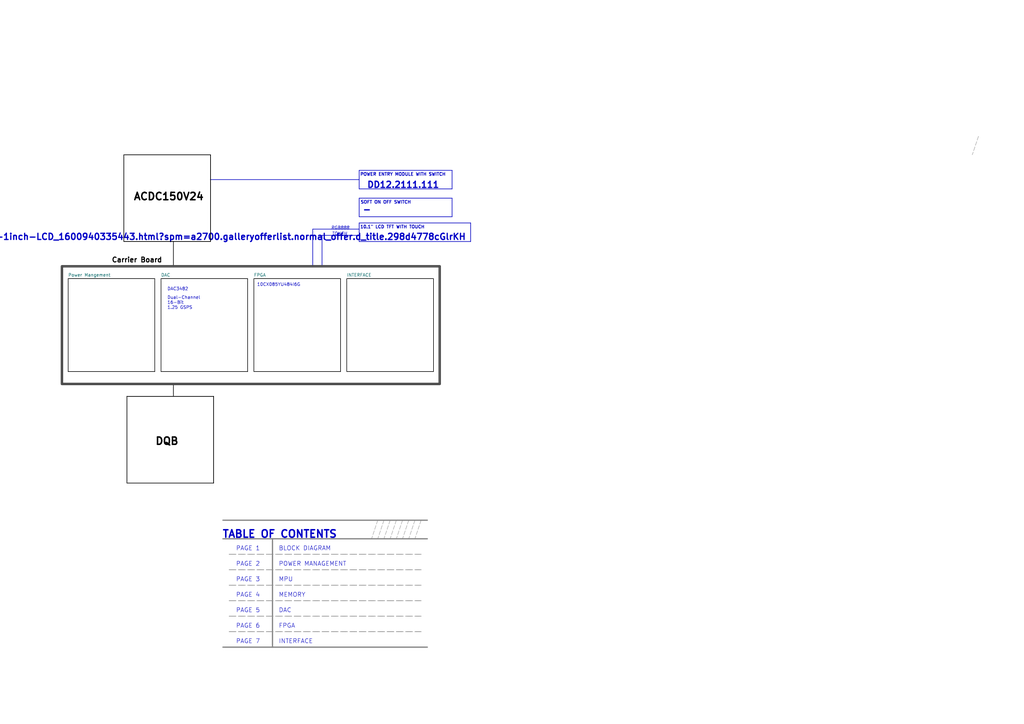
<source format=kicad_sch>
(kicad_sch (version 20230819) (generator eeschema)
  (paper "A3")
  (title_block (title "AWG100 MB") (date "2021-08-13") (rev "1.0"))
  (lib_symbols)
  (polyline (pts (xy 165.1 213.36) (xy 162.56 220.98)) (stroke (width 0) (type dash) (color 132 132 132 1)))
  (polyline (pts (xy 193.04 91.44) (xy 193.04 99.06)) (stroke (width 0.254) (type solid)))
  (polyline (pts (xy 93.98 252.73) (xy 172.72 252.73)) (stroke (width 0.254) (type dash) (color 132 132 132 1)))
  (polyline (pts (xy 147.32 91.44) (xy 193.04 91.44)) (stroke (width 0.254) (type solid)))
  (polyline (pts (xy 185.42 81.28) (xy 185.42 88.9)) (stroke (width 0.254) (type solid)))
  (polyline (pts (xy 93.98 240.03) (xy 172.72 240.03)) (stroke (width 0.254) (type dash) (color 132 132 132 1)))
  (polyline (pts (xy 147.32 91.44) (xy 147.32 99.06)) (stroke (width 0.254) (type solid)))
  (polyline (pts (xy 147.32 73.66) (xy 86.36 73.66)) (stroke (width 0.254) (type solid)))
  (polyline (pts (xy 185.42 88.9) (xy 147.32 88.9)) (stroke (width 0.254) (type solid)))
  (polyline (pts (xy 93.98 233.68) (xy 172.72 233.68)) (stroke (width 0.254) (type dash) (color 132 132 132 1)))
  (polyline (pts (xy 167.64 213.36) (xy 165.1 220.98)) (stroke (width 0) (type dash) (color 132 132 132 1)))
  (polyline (pts (xy 132.08 96.52) (xy 132.08 109.22)) (stroke (width 0.254) (type solid)))
  (polyline (pts (xy 91.44 213.36) (xy 175.26 213.36)) (stroke (width 0.508) (type solid) (color 132 132 132 1)))
  (polyline (pts (xy 157.48 213.36) (xy 154.94 220.98)) (stroke (width 0) (type dash) (color 132 132 132 1)))
  (polyline (pts (xy 147.32 93.98) (xy 128.27 93.98)) (stroke (width 0.254) (type solid)))
  (polyline (pts (xy 170.18 213.36) (xy 167.64 220.98)) (stroke (width 0) (type dash) (color 132 132 132 1)))
  (polyline (pts (xy 147.32 69.85) (xy 185.42 69.85)) (stroke (width 0.254) (type solid)))
  (polyline (pts (xy 71.12 162.56) (xy 71.12 157.48)) (stroke (width 0.254) (type solid) (color 0 0 0 1)))
  (polyline (pts (xy 193.04 99.06) (xy 147.32 99.06)) (stroke (width 0.254) (type solid)))
  (polyline (pts (xy 401.32 55.88) (xy 398.78 63.5)) (stroke (width 0) (type dash) (color 132 132 132 1)))
  (polyline (pts (xy 91.44 265.43) (xy 175.26 265.43)) (stroke (width 0.508) (type solid) (color 132 132 132 1)))
  (polyline (pts (xy 93.98 259.08) (xy 172.72 259.08)) (stroke (width 0.254) (type dash) (color 132 132 132 1)))
  (polyline (pts (xy 93.98 227.33) (xy 172.72 227.33)) (stroke (width 0.254) (type dash) (color 132 132 132 1)))
  (polyline (pts (xy 147.32 69.85) (xy 147.32 77.47)) (stroke (width 0.254) (type solid)))
  (polyline (pts (xy 172.72 213.36) (xy 170.18 220.98)) (stroke (width 0) (type dash) (color 132 132 132 1)))
  (polyline (pts (xy 111.76 220.98) (xy 111.76 265.43)) (stroke (width 0.508) (type solid) (color 132 132 132 1)))
  (polyline (pts (xy 154.94 213.36) (xy 152.4 220.98)) (stroke (width 0) (type dash) (color 132 132 132 1)))
  (polyline (pts (xy 91.44 220.98) (xy 175.26 220.98)) (stroke (width 0.508) (type solid) (color 132 132 132 1)))
  (polyline (pts (xy 160.02 213.36) (xy 157.48 220.98)) (stroke (width 0) (type dash) (color 132 132 132 1)))
  (polyline (pts (xy 185.42 69.85) (xy 185.42 77.47)) (stroke (width 0.254) (type solid)))
  (polyline (pts (xy 147.32 96.52) (xy 132.08 96.52)) (stroke (width 0.254) (type solid)))
  (polyline (pts (xy 147.32 81.28) (xy 147.32 88.9)) (stroke (width 0.254) (type solid)))
  (polyline (pts (xy 162.56 213.36) (xy 160.02 220.98)) (stroke (width 0) (type dash) (color 132 132 132 1)))
  (polyline (pts (xy 147.32 81.28) (xy 185.42 81.28)) (stroke (width 0.254) (type solid)))
  (polyline (pts (xy 128.27 93.98) (xy 128.27 109.22)) (stroke (width 0.254) (type solid)))
  (polyline (pts (xy 71.12 109.22) (xy 71.12 99.06)) (stroke (width 0.254) (type solid) (color 0 0 0 1)))
  (polyline (pts (xy 185.42 77.47) (xy 147.32 77.47)) (stroke (width 0.254) (type solid)))
  (polyline (pts (xy 93.98 246.38) (xy 172.72 246.38)) (stroke (width 0.254) (type dash) (color 132 132 132 1)))
  (rectangle (start 50.8 63.5) (end 86.36 99.06) (stroke (width 0.3) (color 0 0 0 1)) (fill (type color) (color 255 255 255 1)))
  (rectangle (start 25.4 109.22) (end 180.34 157.48) (stroke (width 1) (color 72 72 72 1)))
  (rectangle (start 52.07 162.56) (end 87.63 198.12) (stroke (width 0.3) (color 0 0 0 1)) (fill (type color) (color 255 255 255 1)))
  (text "PAGE 6" (at 106.68 257.81 0) (effects (font (size 1.778 1.778)) (justify right bottom)))
  (text "10CX085YU484I6G" (at 114.3 116.84 0) (effects (font (size 1.27 1.27))))
  (text "RGB888" (at 143.383 94.361 0) (effects (font (size 1.27 1.27) italic) (justify right bottom)))
  (text "MPU" (at 114.3 238.76 0) (effects (font (size 1.778 1.778)) (justify left bottom)))
  (text "INTERFACE" (at 114.3 264.16 0) (effects (font (size 1.778 1.778)) (justify left bottom)))
  (text "POWER MANAGEMENT" (at 114.3 232.41 0) (effects (font (size 1.778 1.778)) (justify left bottom)))
  (text "TABLE OF CONTENTS" (at 138.43 220.98 0) (effects (font (size 3.048 3.048) (thickness 0.6096) bold) (justify right bottom)))
  (text "PAGE 4" (at 106.68 245.11 0) (effects (font (size 1.778 1.778)) (justify right bottom)))
  (text "-" (at 152.4 87.63 0) (effects (font (size 2.54 2.54) (thickness 0.508) bold) (justify right bottom)))
  (text "DD12.2111.111" (at 180.34 77.47 0) (effects (font (size 2.54 2.54) (thickness 0.508) bold) (justify right bottom)))
  (text "PAGE 3" (at 106.68 238.76 0) (effects (font (size 1.778 1.778)) (justify right bottom)))
  (text "DAC" (at 114.3 251.46 0) (effects (font (size 1.778 1.778)) (justify left bottom)))
  (text "PAGE 1" (at 106.68 226.06 0) (effects (font (size 1.778 1.778)) (justify right bottom)))
  (text "FPGA" (at 114.3 257.81 0) (effects (font (size 1.778 1.778)) (justify left bottom)))
  (text "DAC3482\n" (at 68.58 119.38 0) (effects (font (size 1.27 1.27)) (justify left bottom)))
  (text "POWER ENTRY MODULE WITH SWITCH" (at 182.88 72.39 0) (effects (font (size 1.27 1.27) (thickness 0.254) bold) (justify right bottom)))
  (text "PAGE 2" (at 106.68 232.41 0) (effects (font (size 1.778 1.778)) (justify right bottom)))
  (text "BLOCK DIAGRAM" (at 114.3 226.06 0) (effects (font (size 1.778 1.778)) (justify left bottom)))
  (text "ACDC150V24" (at 54.61 82.55 0) (effects (font (size 3 3) (thickness 0.6) bold) (justify left bottom)))
  (text "DQB" (at 63.5 182.88 0) (effects (font (size 3 3) (thickness 0.6) bold) (justify left bottom)))
  (text "TOUCH" (at 142.494 96.774 0) (effects (font (size 1.27 1.27) italic) (justify right bottom)))
  (text "10.1\" LCD TFT WITH TOUCH" (at 174.244 93.98 0) (effects (font (size 1.27 1.27) (thickness 0.254) bold) (justify right bottom)))
  (text "PAGE 5" (at 106.68 251.46 0) (effects (font (size 1.778 1.778)) (justify right bottom)))
  (text "MEMORY" (at 114.3 245.11 0) (effects (font (size 1.778 1.778)) (justify left bottom)))
  (text "https://www.alibaba.com/product-detail/LCD-Display-Panel-10-1inch-LCD_1600940335443.html?spm=a2700.galleryofferlist.normal_offer.d_title.298d4778cGlrKH" (at 191.262 98.806 0) (effects (font (size 2.54 2.54) (thickness 0.508) bold) (justify right bottom)))
  (text "Dual-Channel\n16-Bit\n1.25 GSPS" (at 68.58 127 0) (effects (font (size 1.27 1.27)) (justify left bottom)))
  (text "PAGE 7" (at 106.68 264.16 0) (effects (font (size 1.778 1.778)) (justify right bottom)))
  (text "SOFT ON OFF SWITCH" (at 168.656 83.82 0) (effects (font (size 1.27 1.27) (thickness 0.254) bold) (justify right bottom)))
  (text "Carrier Board" (at 45.72 107.95 0) (effects (font (size 2 2) (thickness 0.4) bold) (justify left bottom)))
  (sheet (at 27.94 114.3) (size 35.56 38.1) (stroke (width 0.254) (color 0 0 0 1)) (fill (color 255 255 255 1.0000))
    (property "Sheetname" "Power Mangement" (at 27.94 113.5376 0) (effects (justify left bottom)))
    (property "Sheetfile" "PM.kicad_sch" (effects hide))
  )
  (sheet (at 66.04 114.3) (size 35.56 38.1) (stroke (width 0.254) (color 0 0 0 1)) (fill (color 255 255 255 1.0000))
    (property "Sheetname" "DAC" (at 66.04 113.5376 0) (effects (justify left bottom)))
    (property "Sheetfile" "DAC.kicad_sch" (effects hide))
  )
  (sheet (at 104.14 114.3) (size 35.56 38.1) (stroke (width 0.254) (color 0 0 0 1)) (fill (color 255 255 255 1.0000))
    (property "Sheetname" "FPGA" (at 104.14 113.5376 0) (effects (justify left bottom)))
    (property "Sheetfile" "FPGA.kicad_sch" (effects hide))
  )
  (sheet (at 142.24 114.3) (size 35.56 38.1) (stroke (width 0.254) (color 0 0 0 1)) (fill (color 255 255 255 1.0000))
    (property "Sheetname" "INTERFACE" (at 142.24 113.5376 0) (effects (justify left bottom)))
    (property "Sheetfile" "INTERFACE.kicad_sch" (effects hide))
  )
)
</source>
